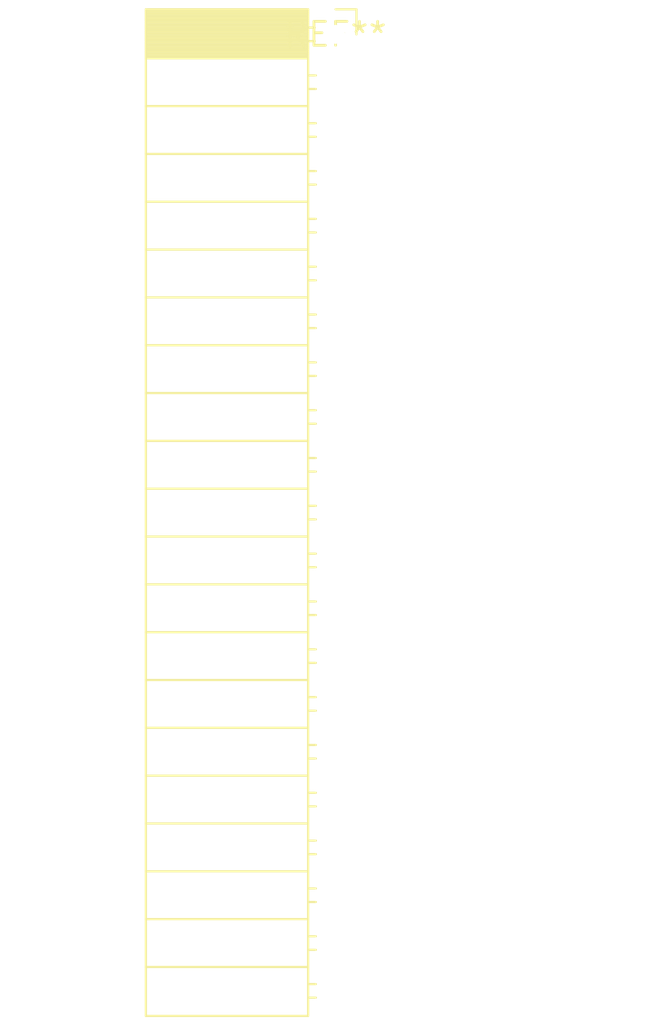
<source format=kicad_pcb>
(kicad_pcb (version 20240108) (generator pcbnew)
  (layers (0 "F.Cu" signal) (31 "B.Cu" signal) (34 "B.Paste" user) (35 "F.Paste" user) (36 "B.SilkS" user "B.Silkscreen") (37 "F.SilkS" user "F.Silkscreen") (38 "B.Mask" user) (39 "F.Mask" user) (44 "Edge.Cuts" user))
  (net 0 "")
  (footprint "PinSocket_1x21_P2.54mm_Horizontal" (layer "F.Cu") (at 0 0)
    (property "Reference" "REF**")
    (property "Value" "PinSocket_1x21_P2.54mm_Horizontal")
    (fp_line (start -10.09 -1.33) (end -10.09 52.13) (layer "F.SilkS") (stroke (width 0.12)))
    (fp_line (start -10.09 -1.33) (end -1.46 -1.33) (layer "F.SilkS") (stroke (width 0.12)))
    (fp_line (start -10.09 -1.21) (end -1.46 -1.21) (layer "F.SilkS") (stroke (width 0.12)))
    (fp_line (start -10.09 -1.091905) (end -1.46 -1.091905) (layer "F.SilkS") (stroke (width 0.12)))
    (fp_line (start -10.09 -0.97381) (end -1.46 -0.97381) (layer "F.SilkS") (stroke (width 0.12)))
    (fp_line (start -10.09 -0.855715) (end -1.46 -0.855715) (layer "F.SilkS") (stroke (width 0.12)))
    (fp_line (start -10.09 -0.73762) (end -1.46 -0.73762) (layer "F.SilkS") (stroke (width 0.12)))
    (fp_line (start -10.09 -0.619525) (end -1.46 -0.619525) (layer "F.SilkS") (stroke (width 0.12)))
    (fp_line (start -10.09 -0.50143) (end -1.46 -0.50143) (layer "F.SilkS") (stroke (width 0.12)))
    (fp_line (start -10.09 -0.383335) (end -1.46 -0.383335) (layer "F.SilkS") (stroke (width 0.12)))
    (fp_line (start -10.09 -0.26524) (end -1.46 -0.26524) (layer "F.SilkS") (stroke (width 0.12)))
    (fp_line (start -10.09 -0.147145) (end -1.46 -0.147145) (layer "F.SilkS") (stroke (width 0.12)))
    (fp_line (start -10.09 -0.02905) (end -1.46 -0.02905) (layer "F.SilkS") (stroke (width 0.12)))
    (fp_line (start -10.09 0.089045) (end -1.46 0.089045) (layer "F.SilkS") (stroke (width 0.12)))
    (fp_line (start -10.09 0.20714) (end -1.46 0.20714) (layer "F.SilkS") (stroke (width 0.12)))
    (fp_line (start -10.09 0.325235) (end -1.46 0.325235) (layer "F.SilkS") (stroke (width 0.12)))
    (fp_line (start -10.09 0.44333) (end -1.46 0.44333) (layer "F.SilkS") (stroke (width 0.12)))
    (fp_line (start -10.09 0.561425) (end -1.46 0.561425) (layer "F.SilkS") (stroke (width 0.12)))
    (fp_line (start -10.09 0.67952) (end -1.46 0.67952) (layer "F.SilkS") (stroke (width 0.12)))
    (fp_line (start -10.09 0.797615) (end -1.46 0.797615) (layer "F.SilkS") (stroke (width 0.12)))
    (fp_line (start -10.09 0.91571) (end -1.46 0.91571) (layer "F.SilkS") (stroke (width 0.12)))
    (fp_line (start -10.09 1.033805) (end -1.46 1.033805) (layer "F.SilkS") (stroke (width 0.12)))
    (fp_line (start -10.09 1.1519) (end -1.46 1.1519) (layer "F.SilkS") (stroke (width 0.12)))
    (fp_line (start -10.09 1.27) (end -1.46 1.27) (layer "F.SilkS") (stroke (width 0.12)))
    (fp_line (start -10.09 3.81) (end -1.46 3.81) (layer "F.SilkS") (stroke (width 0.12)))
    (fp_line (start -10.09 6.35) (end -1.46 6.35) (layer "F.SilkS") (stroke (width 0.12)))
    (fp_line (start -10.09 8.89) (end -1.46 8.89) (layer "F.SilkS") (stroke (width 0.12)))
    (fp_line (start -10.09 11.43) (end -1.46 11.43) (layer "F.SilkS") (stroke (width 0.12)))
    (fp_line (start -10.09 13.97) (end -1.46 13.97) (layer "F.SilkS") (stroke (width 0.12)))
    (fp_line (start -10.09 16.51) (end -1.46 16.51) (layer "F.SilkS") (stroke (width 0.12)))
    (fp_line (start -10.09 19.05) (end -1.46 19.05) (layer "F.SilkS") (stroke (width 0.12)))
    (fp_line (start -10.09 21.59) (end -1.46 21.59) (layer "F.SilkS") (stroke (width 0.12)))
    (fp_line (start -10.09 24.13) (end -1.46 24.13) (layer "F.SilkS") (stroke (width 0.12)))
    (fp_line (start -10.09 26.67) (end -1.46 26.67) (layer "F.SilkS") (stroke (width 0.12)))
    (fp_line (start -10.09 29.21) (end -1.46 29.21) (layer "F.SilkS") (stroke (width 0.12)))
    (fp_line (start -10.09 31.75) (end -1.46 31.75) (layer "F.SilkS") (stroke (width 0.12)))
    (fp_line (start -10.09 34.29) (end -1.46 34.29) (layer "F.SilkS") (stroke (width 0.12)))
    (fp_line (start -10.09 36.83) (end -1.46 36.83) (layer "F.SilkS") (stroke (width 0.12)))
    (fp_line (start -10.09 39.37) (end -1.46 39.37) (layer "F.SilkS") (stroke (width 0.12)))
    (fp_line (start -10.09 41.91) (end -1.46 41.91) (layer "F.SilkS") (stroke (width 0.12)))
    (fp_line (start -10.09 44.45) (end -1.46 44.45) (layer "F.SilkS") (stroke (width 0.12)))
    (fp_line (start -10.09 46.99) (end -1.46 46.99) (layer "F.SilkS") (stroke (width 0.12)))
    (fp_line (start -10.09 49.53) (end -1.46 49.53) (layer "F.SilkS") (stroke (width 0.12)))
    (fp_line (start -10.09 52.13) (end -1.46 52.13) (layer "F.SilkS") (stroke (width 0.12)))
    (fp_line (start -1.46 -1.33) (end -1.46 52.13) (layer "F.SilkS") (stroke (width 0.12)))
    (fp_line (start -1.46 -0.36) (end -1.11 -0.36) (layer "F.SilkS") (stroke (width 0.12)))
    (fp_line (start -1.46 0.36) (end -1.11 0.36) (layer "F.SilkS") (stroke (width 0.12)))
    (fp_line (start -1.46 2.18) (end -1.05 2.18) (layer "F.SilkS") (stroke (width 0.12)))
    (fp_line (start -1.46 2.9) (end -1.05 2.9) (layer "F.SilkS") (stroke (width 0.12)))
    (fp_line (start -1.46 4.72) (end -1.05 4.72) (layer "F.SilkS") (stroke (width 0.12)))
    (fp_line (start -1.46 5.44) (end -1.05 5.44) (layer "F.SilkS") (stroke (width 0.12)))
    (fp_line (start -1.46 7.26) (end -1.05 7.26) (layer "F.SilkS") (stroke (width 0.12)))
    (fp_line (start -1.46 7.98) (end -1.05 7.98) (layer "F.SilkS") (stroke (width 0.12)))
    (fp_line (start -1.46 9.8) (end -1.05 9.8) (layer "F.SilkS") (stroke (width 0.12)))
    (fp_line (start -1.46 10.52) (end -1.05 10.52) (layer "F.SilkS") (stroke (width 0.12)))
    (fp_line (start -1.46 12.34) (end -1.05 12.34) (layer "F.SilkS") (stroke (width 0.12)))
    (fp_line (start -1.46 13.06) (end -1.05 13.06) (layer "F.SilkS") (stroke (width 0.12)))
    (fp_line (start -1.46 14.88) (end -1.05 14.88) (layer "F.SilkS") (stroke (width 0.12)))
    (fp_line (start -1.46 15.6) (end -1.05 15.6) (layer "F.SilkS") (stroke (width 0.12)))
    (fp_line (start -1.46 17.42) (end -1.05 17.42) (layer "F.SilkS") (stroke (width 0.12)))
    (fp_line (start -1.46 18.14) (end -1.05 18.14) (layer "F.SilkS") (stroke (width 0.12)))
    (fp_line (start -1.46 19.96) (end -1.05 19.96) (layer "F.SilkS") (stroke (width 0.12)))
    (fp_line (start -1.46 20.68) (end -1.05 20.68) (layer "F.SilkS") (stroke (width 0.12)))
    (fp_line (start -1.46 22.5) (end -1.05 22.5) (layer "F.SilkS") (stroke (width 0.12)))
    (fp_line (start -1.46 23.22) (end -1.05 23.22) (layer "F.SilkS") (stroke (width 0.12)))
    (fp_line (start -1.46 25.04) (end -1.05 25.04) (layer "F.SilkS") (stroke (width 0.12)))
    (fp_line (start -1.46 25.76) (end -1.05 25.76) (layer "F.SilkS") (stroke (width 0.12)))
    (fp_line (start -1.46 27.58) (end -1.05 27.58) (layer "F.SilkS") (stroke (width 0.12)))
    (fp_line (start -1.46 28.3) (end -1.05 28.3) (layer "F.SilkS") (stroke (width 0.12)))
    (fp_line (start -1.46 30.12) (end -1.05 30.12) (layer "F.SilkS") (stroke (width 0.12)))
    (fp_line (start -1.46 30.84) (end -1.05 30.84) (layer "F.SilkS") (stroke (width 0.12)))
    (fp_line (start -1.46 32.66) (end -1.05 32.66) (layer "F.SilkS") (stroke (width 0.12)))
    (fp_line (start -1.46 33.38) (end -1.05 33.38) (layer "F.SilkS") (stroke (width 0.12)))
    (fp_line (start -1.46 35.2) (end -1.05 35.2) (layer "F.SilkS") (stroke (width 0.12)))
    (fp_line (start -1.46 35.92) (end -1.05 35.92) (layer "F.SilkS") (stroke (width 0.12)))
    (fp_line (start -1.46 37.74) (end -1.05 37.74) (layer "F.SilkS") (stroke (width 0.12)))
    (fp_line (start -1.46 38.46) (end -1.05 38.46) (layer "F.SilkS") (stroke (width 0.12)))
    (fp_line (start -1.46 40.28) (end -1.05 40.28) (layer "F.SilkS") (stroke (width 0.12)))
    (fp_line (start -1.46 41) (end -1.05 41) (layer "F.SilkS") (stroke (width 0.12)))
    (fp_line (start -1.46 42.82) (end -1.05 42.82) (layer "F.SilkS") (stroke (width 0.12)))
    (fp_line (start -1.46 43.54) (end -1.05 43.54) (layer "F.SilkS") (stroke (width 0.12)))
    (fp_line (start -1.46 45.36) (end -1.05 45.36) (layer "F.SilkS") (stroke (width 0.12)))
    (fp_line (start -1.46 46.08) (end -1.05 46.08) (layer "F.SilkS") (stroke (width 0.12)))
    (fp_line (start -1.46 47.9) (end -1.05 47.9) (layer "F.SilkS") (stroke (width 0.12)))
    (fp_line (start -1.46 48.62) (end -1.05 48.62) (layer "F.SilkS") (stroke (width 0.12)))
    (fp_line (start -1.46 50.44) (end -1.05 50.44) (layer "F.SilkS") (stroke (width 0.12)))
    (fp_line (start -1.46 51.16) (end -1.05 51.16) (layer "F.SilkS") (stroke (width 0.12)))
    (fp_line (start 0 -1.33) (end 1.11 -1.33) (layer "F.SilkS") (stroke (width 0.12)))
    (fp_line (start 1.11 -1.33) (end 1.11 0) (layer "F.SilkS") (stroke (width 0.12)))
    (pad "1" thru_hole rect (at 0 0) (size 1.7 1.7) (drill 1) (layers *.Cu *.Mask) (remove_unused_layers))
    (pad "2" thru_hole oval (at 0 2.54) (size 1.7 1.7) (drill 1) (layers *.Cu *.Mask) (remove_unused_layers))
    (pad "3" thru_hole oval (at 0 5.08) (size 1.7 1.7) (drill 1) (layers *.Cu *.Mask) (remove_unused_layers))
    (pad "4" thru_hole oval (at 0 7.62) (size 1.7 1.7) (drill 1) (layers *.Cu *.Mask) (remove_unused_layers))
    (pad "5" thru_hole oval (at 0 10.16) (size 1.7 1.7) (drill 1) (layers *.Cu *.Mask) (remove_unused_layers))
    (pad "6" thru_hole oval (at 0 12.7) (size 1.7 1.7) (drill 1) (layers *.Cu *.Mask) (remove_unused_layers))
    (pad "7" thru_hole oval (at 0 15.24) (size 1.7 1.7) (drill 1) (layers *.Cu *.Mask) (remove_unused_layers))
    (pad "8" thru_hole oval (at 0 17.78) (size 1.7 1.7) (drill 1) (layers *.Cu *.Mask) (remove_unused_layers))
    (pad "9" thru_hole oval (at 0 20.32) (size 1.7 1.7) (drill 1) (layers *.Cu *.Mask) (remove_unused_layers))
    (pad "10" thru_hole oval (at 0 22.86) (size 1.7 1.7) (drill 1) (layers *.Cu *.Mask) (remove_unused_layers))
    (pad "11" thru_hole oval (at 0 25.4) (size 1.7 1.7) (drill 1) (layers *.Cu *.Mask) (remove_unused_layers))
    (pad "12" thru_hole oval (at 0 27.94) (size 1.7 1.7) (drill 1) (layers *.Cu *.Mask) (remove_unused_layers))
    (pad "13" thru_hole oval (at 0 30.48) (size 1.7 1.7) (drill 1) (layers *.Cu *.Mask) (remove_unused_layers))
    (pad "14" thru_hole oval (at 0 33.02) (size 1.7 1.7) (drill 1) (layers *.Cu *.Mask) (remove_unused_layers))
    (pad "15" thru_hole oval (at 0 35.56) (size 1.7 1.7) (drill 1) (layers *.Cu *.Mask) (remove_unused_layers))
    (pad "16" thru_hole oval (at 0 38.1) (size 1.7 1.7) (drill 1) (layers *.Cu *.Mask) (remove_unused_layers))
    (pad "17" thru_hole oval (at 0 40.64) (size 1.7 1.7) (drill 1) (layers *.Cu *.Mask) (remove_unused_layers))
    (pad "18" thru_hole oval (at 0 43.18) (size 1.7 1.7) (drill 1) (layers *.Cu *.Mask) (remove_unused_layers))
    (pad "19" thru_hole oval (at 0 45.72) (size 1.7 1.7) (drill 1) (layers *.Cu *.Mask) (remove_unused_layers))
    (pad "20" thru_hole oval (at 0 48.26) (size 1.7 1.7) (drill 1) (layers *.Cu *.Mask) (remove_unused_layers))
    (pad "21" thru_hole oval (at 0 50.8) (size 1.7 1.7) (drill 1) (layers *.Cu *.Mask) (remove_unused_layers))
  )
)
</source>
